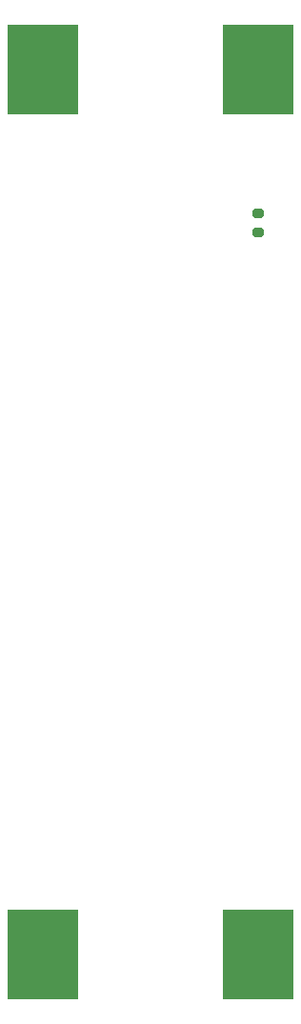
<source format=gbr>
%TF.GenerationSoftware,KiCad,Pcbnew,7.0.10*%
%TF.CreationDate,2024-03-08T14:55:51+08:00*%
%TF.ProjectId,solar_board,736f6c61-725f-4626-9f61-72642e6b6963,rev?*%
%TF.SameCoordinates,Original*%
%TF.FileFunction,Paste,Bot*%
%TF.FilePolarity,Positive*%
%FSLAX46Y46*%
G04 Gerber Fmt 4.6, Leading zero omitted, Abs format (unit mm)*
G04 Created by KiCad (PCBNEW 7.0.10) date 2024-03-08 14:55:51*
%MOMM*%
%LPD*%
G01*
G04 APERTURE LIST*
G04 Aperture macros list*
%AMRoundRect*
0 Rectangle with rounded corners*
0 $1 Rounding radius*
0 $2 $3 $4 $5 $6 $7 $8 $9 X,Y pos of 4 corners*
0 Add a 4 corners polygon primitive as box body*
4,1,4,$2,$3,$4,$5,$6,$7,$8,$9,$2,$3,0*
0 Add four circle primitives for the rounded corners*
1,1,$1+$1,$2,$3*
1,1,$1+$1,$4,$5*
1,1,$1+$1,$6,$7*
1,1,$1+$1,$8,$9*
0 Add four rect primitives between the rounded corners*
20,1,$1+$1,$2,$3,$4,$5,0*
20,1,$1+$1,$4,$5,$6,$7,0*
20,1,$1+$1,$6,$7,$8,$9,0*
20,1,$1+$1,$8,$9,$2,$3,0*%
G04 Aperture macros list end*
%ADD10R,6.350000X8.000000*%
%ADD11RoundRect,0.200000X-0.275000X0.200000X-0.275000X-0.200000X0.275000X-0.200000X0.275000X0.200000X0*%
G04 APERTURE END LIST*
D10*
%TO.C,U10*%
X114119000Y-106777001D03*
X114119000Y-28117001D03*
X95009000Y-28117001D03*
X95009000Y-106777001D03*
%TD*%
D11*
%TO.C,TH1*%
X114110000Y-40905001D03*
X114110000Y-42555001D03*
%TD*%
M02*

</source>
